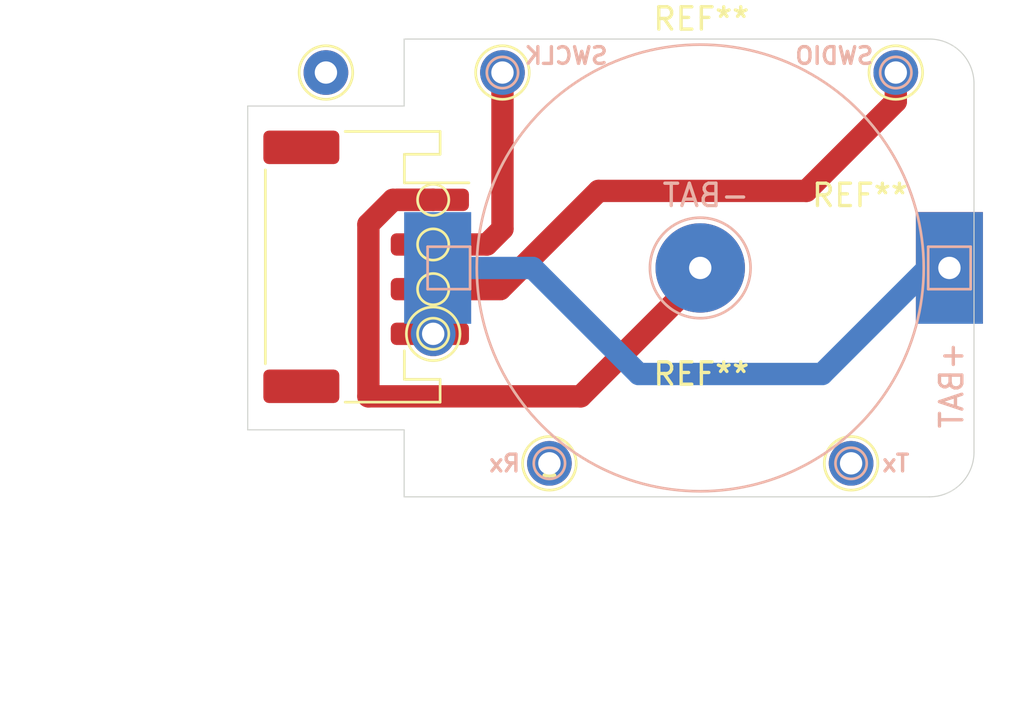
<source format=kicad_pcb>
(kicad_pcb (version 20240108) (generator "pcbnew") (generator_version "8.0")
  (layers (0 "F.Cu" signal) (31 "B.Cu" signal) (34 "B.Paste" user) (35 "F.Paste" user) (36 "B.SilkS" user "B.Silkscreen") (37 "F.SilkS" user "F.Silkscreen") (38 "B.Mask" user) (39 "F.Mask" user) (44 "Edge.Cuts" user))
  (net 0 "")
  (net 1 "+BATT")
  (net 2 "-BATT")
  (net 3 "/SWDIO")
  (net 4 "/SWCLK")
  (net 5 "/Tx")
  (net 6 "/Rx")
  (footprint "TestPoint:TestPoint_Pad_D1.0mm" (layer "F.Cu") (at 109.3 95.2)
    (property "Reference" "TP2" (hide yes))
    (property "Value" "VDD" (hide yes))
    (fp_circle (center 0 0) (end 0 0.7) (stroke (width 0.12)) (fill none) (layer "F.SilkS"))
    (pad "1" smd circle (at 0 0) (size 1 1) (layers "F.Cu" "F.Mask") (net 1 "+BATT"))
  )
  (footprint "TestPoint:TestPoint_Pad_D1.0mm" (layer "F.Cu") (at 109.3 93.2)
    (property "Reference" "TP3" (hide yes))
    (property "Value" "SWDIO" (hide yes))
    (fp_circle (center 0 0) (end 0 0.7) (stroke (width 0.12)) (fill none) (layer "F.SilkS"))
    (pad "1" smd circle (at 0 0) (size 1 1) (layers "F.Cu" "F.Mask") (net 3 "/SWDIO"))
  )
  (footprint "TestPoint:TestPoint_Pad_D1.0mm" (layer "F.Cu") (at 109.3 91.2)
    (property "Reference" "TP4" (hide yes))
    (property "Value" "SWDCLK" (hide yes))
    (fp_circle (center 0 0) (end 0 0.7) (stroke (width 0.12)) (fill none) (layer "F.SilkS"))
    (pad "1" smd circle (at 0 0) (size 1 1) (layers "F.Cu" "F.Mask") (net 4 "/SWCLK"))
  )
  (footprint "TestPoint:TestPoint_Pad_D1.0mm" (layer "F.Cu") (at 109.3 89.2)
    (property "Reference" "TP1" (hide yes))
    (property "Value" "GND" (hide yes))
    (fp_circle (center 0 0) (end 0 0.7) (stroke (width 0.12)) (fill none) (layer "F.SilkS"))
    (pad "1" smd circle (at 0 0) (size 1 1) (layers "F.Cu" "F.Mask") (net 2 "-BATT"))
  )
  (footprint "MountingHole:MountingHole_2mm" (layer "F.Cu") (at 128.4 92.2)
    (property "Reference" "REF**" (at 0 -3.2 0) (layer "F.SilkS"))
    (property "Value" "MountingHole_2mm")
    (pad "" np_thru_hole circle (at 0 0) (size 2 2) (drill 2) (layers "*.Cu" "*.Mask"))
  )
  (footprint "MountingHole:MountingHole_2mm" (layer "F.Cu") (at 121.3 84.3)
    (property "Reference" "REF**" (at 0 -3.2 0) (layer "F.SilkS"))
    (property "Value" "MountingHole_2mm")
    (pad "" np_thru_hole circle (at 0 0) (size 2 2) (drill 2) (layers "*.Cu" "*.Mask"))
  )
  (footprint "Connector_JST:JST_PH_S4B-PH-SM4-TB_1x04-1MP_P2.00mm_Horizontal" (layer "F.Cu") (at 106.3 92.2 -90)
    (property "Reference" "REF**" (hide yes))
    (property "Value" "JST_PH_S4B-PH-SM4-TB_1x04-1MP_P2.00mm_Horizontal" (hide yes))
    (fp_line (start -4.34 4.51) (end 4.34 4.51) (stroke (width 0.12)) (layer "F.SilkS"))
    (fp_line (start -6.06 0.94) (end -6.06 -3.31) (stroke (width 0.12)) (layer "F.SilkS"))
    (fp_line (start 6.06 0.94) (end 6.06 -3.31) (stroke (width 0.12)) (layer "F.SilkS"))
    (fp_line (start -5.04 -1.71) (end -3.76 -1.71) (stroke (width 0.12)) (layer "F.SilkS"))
    (fp_line (start -3.76 -1.71) (end -3.76 -4.6) (stroke (width 0.12)) (layer "F.SilkS"))
    (fp_line (start 5.04 -1.71) (end 3.76 -1.71) (stroke (width 0.12)) (layer "F.SilkS"))
    (fp_line (start -6.06 -3.31) (end -5.04 -3.31) (stroke (width 0.12)) (layer "F.SilkS"))
    (fp_line (start -5.04 -3.31) (end -5.04 -1.71) (stroke (width 0.12)) (layer "F.SilkS"))
    (fp_line (start 5.04 -3.31) (end 5.04 -1.71) (stroke (width 0.12)) (layer "F.SilkS"))
    (fp_line (start 6.06 -3.31) (end 5.04 -3.31) (stroke (width 0.12)) (layer "F.SilkS"))
    (pad "1" smd roundrect (at -3 -2.85 270) (size 1 3.5) (layers "F.Cu" "F.Paste" "F.Mask") (net 2 "-BATT"))
    (pad "2" smd roundrect (at -1 -2.85 270) (size 1 3.5) (layers "F.Cu" "F.Paste" "F.Mask") (net 4 "/SWCLK"))
    (pad "3" smd roundrect (at 1 -2.85 270) (size 1 3.5) (layers "F.Cu" "F.Paste" "F.Mask") (net 3 "/SWDIO"))
    (pad "4" smd roundrect (at 3 -2.85 270) (size 1 3.5) (layers "F.Cu" "F.Paste" "F.Mask") (net 1 "+BATT"))
    (pad "MP" smd roundrect (at -5.35 2.9 270) (size 1.5 3.4) (layers "F.Cu" "F.Paste" "F.Mask") (roundrect_rratio 0.166667))
    (pad "MP" smd roundrect (at 5.35 2.9 270) (size 1.5 3.4) (layers "F.Cu" "F.Paste" "F.Mask") (roundrect_rratio 0.166667))
  )
  (footprint "TestPoint:TestPoint_THTPad_D2.0mm_Drill1.0mm" (layer "F.Cu") (at 104.5 83.5)
    (property "Reference" "REF**" (hide yes))
    (property "Value" "TestPoint_THTPad_D2.0mm_Drill1.0mm" (hide yes))
    (fp_circle (center 0 0) (end 0 1.2) (stroke (width 0.12)) (fill none) (layer "F.SilkS"))
    (pad "1" thru_hole circle (at 0 0) (size 2 2) (drill 1) (layers "*.Cu" "*.Mask"))
  )
  (footprint "TestPoint:TestPoint_THTPad_D2.0mm_Drill1.0mm" (layer "F.Cu") (at 130 83.5)
    (property "Reference" "REF**" (hide yes))
    (property "Value" "TestPoint_THTPad_D2.0mm_Drill1.0mm" (hide yes))
    (fp_circle (center 0 0) (end 0 1.2) (stroke (width 0.12)) (fill none) (layer "F.SilkS"))
    (pad "1" thru_hole circle (at 0 0) (size 2 2) (drill 1) (layers "*.Cu" "*.Mask") (net 3 "/SWDIO"))
  )
  (footprint "TestPoint:TestPoint_THTPad_D2.0mm_Drill1.0mm" (layer "F.Cu") (at 128 101)
    (property "Reference" "REF**" (hide yes))
    (property "Value" "TestPoint_THTPad_D2.0mm_Drill1.0mm" (hide yes))
    (fp_circle (center 0 0) (end 0 1.2) (stroke (width 0.12)) (fill none) (layer "F.SilkS"))
    (pad "1" thru_hole circle (at 0 0) (size 2 2) (drill 1) (layers "*.Cu" "*.Mask") (net 5 "/Tx"))
  )
  (footprint "TestPoint:TestPoint_THTPad_D2.0mm_Drill1.0mm" (layer "F.Cu") (at 109.3 95.2)
    (property "Reference" "REF**" (hide yes))
    (property "Value" "TestPoint_THTPad_D2.0mm_Drill1.0mm" (hide yes))
    (fp_circle (center 0 0) (end 0 1.2) (stroke (width 0.12)) (fill none) (layer "F.SilkS"))
    (pad "1" thru_hole circle (at 0 0) (size 2 2) (drill 1) (layers "*.Cu" "*.Mask") (net 1 "+BATT"))
  )
  (footprint "TestPoint:TestPoint_THTPad_D2.0mm_Drill1.0mm" (layer "F.Cu") (at 114.5 101)
    (property "Reference" "REF**" (hide yes))
    (property "Value" "TestPoint_THTPad_D2.0mm_Drill1.0mm" (hide yes))
    (fp_circle (center 0 0) (end 0 1.2) (stroke (width 0.12)) (fill none) (layer "F.SilkS"))
    (pad "1" thru_hole circle (at 0 0) (size 2 2) (drill 1) (layers "*.Cu" "*.Mask") (net 6 "/Rx"))
  )
  (footprint "MountingHole:MountingHole_2mm" (layer "F.Cu") (at 121.3 100.2)
    (property "Reference" "REF**" (at 0 -3.2 0) (layer "F.SilkS"))
    (property "Value" "MountingHole_2mm")
    (pad "" np_thru_hole circle (at 0 0) (size 2 2) (drill 2) (layers "*.Cu" "*.Mask"))
  )
  (footprint "TestPoint:TestPoint_THTPad_D2.0mm_Drill1.0mm" (layer "F.Cu") (at 112.4 83.5)
    (property "Reference" "REF**" (hide yes))
    (property "Value" "TestPoint_THTPad_D2.0mm_Drill1.0mm" (hide yes))
    (fp_circle (center 0 0) (end 0 1.2) (stroke (width 0.12)) (fill none) (layer "F.SilkS"))
    (pad "1" thru_hole circle (at 0 0) (size 2 2) (drill 1) (layers "*.Cu" "*.Mask") (net 4 "/SWCLK"))
  )
  (footprint "TestPoint:TestPoint_Pad_1.5x1.5mm" (layer "B.Cu") (at 110 92.25)
    (property "Reference" "J2" (hide yes))
    (property "Value" "+BAT" (hide yes))
    (fp_line (start -0.95 -0.95) (end -0.95 0.95) (stroke (width 0.12)) (layer "B.SilkS"))
    (fp_line (start -0.95 0.95) (end 0.95 0.95) (stroke (width 0.12)) (layer "B.SilkS"))
    (fp_line (start 0.95 -0.95) (end -0.95 -0.95) (stroke (width 0.12)) (layer "B.SilkS"))
    (fp_line (start 0.95 0.95) (end 0.95 -0.95) (stroke (width 0.12)) (layer "B.SilkS"))
    (pad "1" smd rect (at 0 0) (size 3 5) (drill (offset -0.5 0)) (layers "B.Cu" "B.Mask") (net 1 "+BATT"))
  )
  (footprint "TestPoint:TestPoint_Pad_D4.0mm" (layer "B.Cu") (at 121.25 92.25)
    (property "Reference" "J4" (hide yes))
    (property "Value" "-BAT" (at 0.25 -3.25 0) (layer "B.SilkS") (effects (justify mirror)))
    (fp_circle (center 0 0) (end 0 -2.25) (stroke (width 0.12)) (fill none) (layer "B.SilkS"))
    (pad "1" thru_hole circle (at 0 0) (size 4 4) (drill 1) (layers "*.Cu" "*.Mask") (net 2 "-BATT"))
  )
  (footprint "TestPoint:TestPoint_Pad_1.5x1.5mm" (layer "B.Cu") (at 132.4 92.25)
    (property "Reference" "J3" (hide yes))
    (property "Value" "+BAT" (at 0.1 5.25 90) (layer "B.SilkS") (effects (justify mirror)))
    (fp_line (start -0.95 -0.95) (end -0.95 0.95) (stroke (width 0.12)) (layer "B.SilkS"))
    (fp_line (start -0.95 0.95) (end 0.95 0.95) (stroke (width 0.12)) (layer "B.SilkS"))
    (fp_line (start 0.95 -0.95) (end -0.95 -0.95) (stroke (width 0.12)) (layer "B.SilkS"))
    (fp_line (start 0.95 0.95) (end 0.95 -0.95) (stroke (width 0.12)) (layer "B.SilkS"))
    (pad "1" thru_hole rect (at 0 0) (size 3 5) (drill 1) (layers "*.Cu" "*.Mask") (net 1 "+BATT"))
  )
  (footprint "TestPoint:TestPoint_Pad_D1.0mm" (layer "B.Cu") (at 130 83.5)
    (property "Reference" "TP10" (hide yes))
    (property "Value" "SWDIO" (at -2.75 -0.75 0) (layer "B.SilkS") (effects (font (size 0.75 0.75)) (justify mirror)))
    (fp_circle (center 0 0) (end 0 -0.7) (stroke (width 0.12)) (fill none) (layer "B.SilkS"))
    (pad "1" smd circle (at 0 0) (size 1 1) (layers "B.Cu" "B.Mask") (net 3 "/SWDIO"))
  )
  (footprint "TestPoint:TestPoint_Pad_D1.0mm" (layer "B.Cu") (at 112.4 83.5)
    (property "Reference" "TP11" (hide yes))
    (property "Value" "SWCLK" (at 2.85 -0.75 0) (layer "B.SilkS") (effects (font (size 0.75 0.75)) (justify mirror)))
    (fp_circle (center 0 0) (end 0 -0.7) (stroke (width 0.12)) (fill none) (layer "B.SilkS"))
    (pad "1" smd circle (at 0 0) (size 1 1) (layers "B.Cu" "B.Mask") (net 4 "/SWCLK"))
  )
  (footprint "TestPoint:TestPoint_Pad_D1.0mm" (layer "B.Cu") (at 128 101 180)
    (property "Reference" "TP12" (hide yes))
    (property "Value" "Tx" (at -2 0 0) (layer "B.SilkS") (effects (font (size 0.75 0.75)) (justify mirror)))
    (fp_circle (center 0 0) (end 0 -0.7) (stroke (width 0.12)) (fill none) (layer "B.SilkS"))
    (pad "1" smd circle (at 0 0 180) (size 1 1) (layers "B.Cu" "B.Mask") (net 5 "/Tx"))
  )
  (footprint "TestPoint:TestPoint_Pad_D1.0mm" (layer "B.Cu") (at 114.5 101 180)
    (property "Reference" "TP13" (hide yes))
    (property "Value" "Rx" (at 2 0 0) (layer "B.SilkS") (effects (font (size 0.75 0.75)) (justify mirror)))
    (fp_circle (center 0 0) (end 0 -0.7) (stroke (width 0.12)) (fill none) (layer "B.SilkS"))
    (pad "1" smd circle (at 0 0 180) (size 1 1) (layers "B.Cu" "B.Mask") (net 6 "/Rx"))
  )
  (gr_circle (center 121.25 92.25) (end 131.25 92.25) (stroke (width 0.12)) (fill none) (layer "B.SilkS"))
  (gr_arc (start 133.5 100.5) (mid 132.914214 101.914214) (end 131.5 102.5) (stroke (width 0.05)) (layer "Edge.Cuts"))
  (gr_arc (start 131.5 82) (mid 132.914214 82.585786) (end 133.5 84) (stroke (width 0.05)) (layer "Edge.Cuts"))
  (gr_line (start 131.5 82) (end 108 82) (stroke (width 0.05)) (layer "Edge.Cuts"))
  (gr_line (start 108 82) (end 108 85) (stroke (width 0.05)) (layer "Edge.Cuts"))
  (gr_line (start 108 102.5) (end 131.5 102.5) (stroke (width 0.05)) (layer "Edge.Cuts"))
  (gr_line (start 101 99.5) (end 101 85) (stroke (width 0.05)) (layer "Edge.Cuts"))
  (gr_line (start 108 102.5) (end 108 99.5) (stroke (width 0.05)) (layer "Edge.Cuts"))
  (gr_line (start 108 85) (end 101 85) (stroke (width 0.05)) (layer "Edge.Cuts"))
  (gr_line (start 108 99.5) (end 101 99.5) (stroke (width 0.05)) (layer "Edge.Cuts"))
  (gr_line (start 133.5 100.5) (end 133.5 84) (stroke (width 0.05)) (layer "Edge.Cuts"))
  (gr_text "1" (at 114.5 101.2 0) (layer "F.SilkS") (effects (font (size 0.75 0.75) (thickness 0.1875))))
  (segment (start 118.5 97) (end 113.75 92.25) (width 1) (layer "B.Cu") (net 1))
  (segment (start 132.4 92.25) (end 131.45 92.25) (width 1) (layer "B.Cu") (net 1))
  (segment (start 126.7 97) (end 118.5 97) (width 1) (layer "B.Cu") (net 1))
  (segment (start 131.45 92.25) (end 126.7 97) (width 1) (layer "B.Cu") (net 1))
  (segment (start 113.75 92.25) (end 110 92.25) (width 1) (layer "B.Cu") (net 1))
  (segment (start 107.5 89.2) (end 106.4 90.3) (width 1) (layer "F.Cu") (net 2))
  (segment (start 106.4 90.3) (end 106.4 98) (width 1) (layer "F.Cu") (net 2))
  (segment (start 121.25 92.65) (end 121.25 92.25) (width 1) (layer "F.Cu") (net 2))
  (segment (start 115.9 98) (end 121.25 92.65) (width 1) (layer "F.Cu") (net 2))
  (segment (start 106.4 98) (end 115.9 98) (width 1) (layer "F.Cu") (net 2))
  (segment (start 109.3 89.2) (end 107.5 89.2) (width 1) (layer "F.Cu") (net 2))
  (segment (start 130 84.8) (end 130 83.5) (width 1) (layer "F.Cu") (net 3))
  (segment (start 126 88.8) (end 130 84.8) (width 1) (layer "F.Cu") (net 3))
  (segment (start 109.3 93.2) (end 112.3 93.2) (width 1) (layer "F.Cu") (net 3))
  (segment (start 116.7 88.8) (end 126 88.8) (width 1) (layer "F.Cu") (net 3))
  (segment (start 112.3 93.2) (end 116.7 88.8) (width 1) (layer "F.Cu") (net 3))
  (segment (start 112.4 90.5) (end 112.4 83.5) (width 1) (layer "F.Cu") (net 4))
  (segment (start 109.15 91.2) (end 111.7 91.2) (width 1) (layer "F.Cu") (net 4))
  (segment (start 111.7 91.2) (end 112.4 90.5) (width 1) (layer "F.Cu") (net 4))
)
</source>
